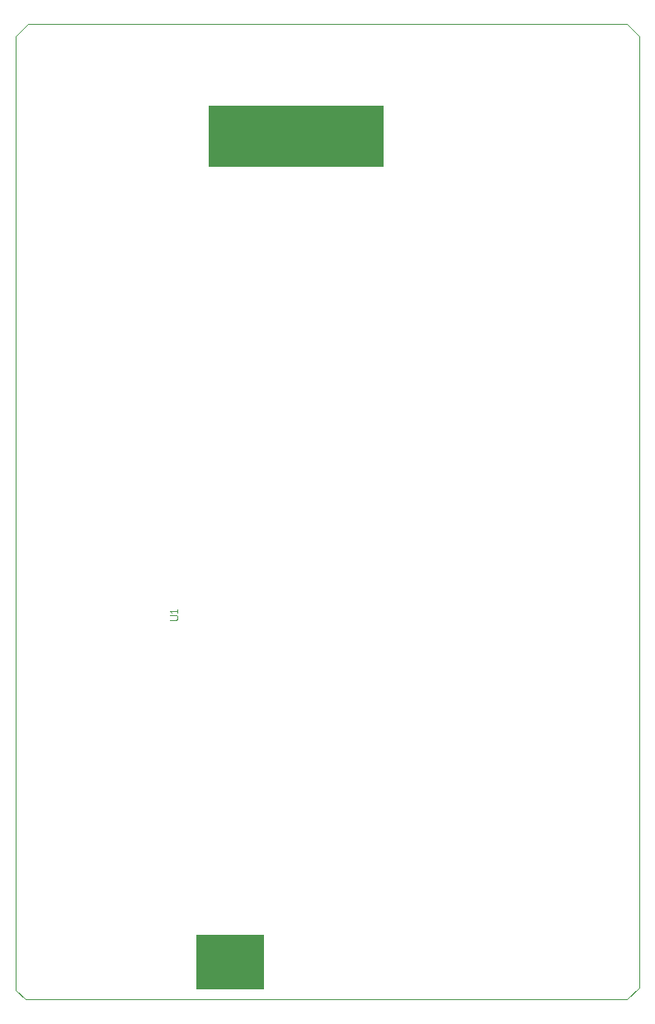
<source format=gko>
G04*
G04 #@! TF.GenerationSoftware,Altium Limited,Altium Designer,22.7.1 (60)*
G04*
G04 Layer_Color=16711935*
%FSLAX25Y25*%
%MOIN*%
G70*
G04*
G04 #@! TF.SameCoordinates,B0270450-B435-420B-BE19-FF0628D395ED*
G04*
G04*
G04 #@! TF.FilePolarity,Positive*
G04*
G01*
G75*
%ADD16C,0.00004*%
%ADD17C,0.00394*%
%ADD77R,0.27559X0.22244*%
%ADD78R,0.70866X0.24803*%
D16*
X99410Y466535D02*
X341535D01*
X346457Y461614D01*
Y77756D02*
Y461614D01*
X341535Y72835D02*
X346457Y77756D01*
X98425Y72835D02*
X341535D01*
X94488Y76772D02*
X98425Y72835D01*
X94488Y76772D02*
Y461614D01*
X99410Y466535D01*
D17*
X156851Y226000D02*
X159475D01*
X160000Y226525D01*
Y227574D01*
X159475Y228099D01*
X156851D01*
X160000Y229149D02*
Y230198D01*
Y229673D01*
X156851D01*
X157376Y229149D01*
D77*
X181102Y87933D02*
D03*
D78*
X208000Y421295D02*
D03*
D03*
M02*

</source>
